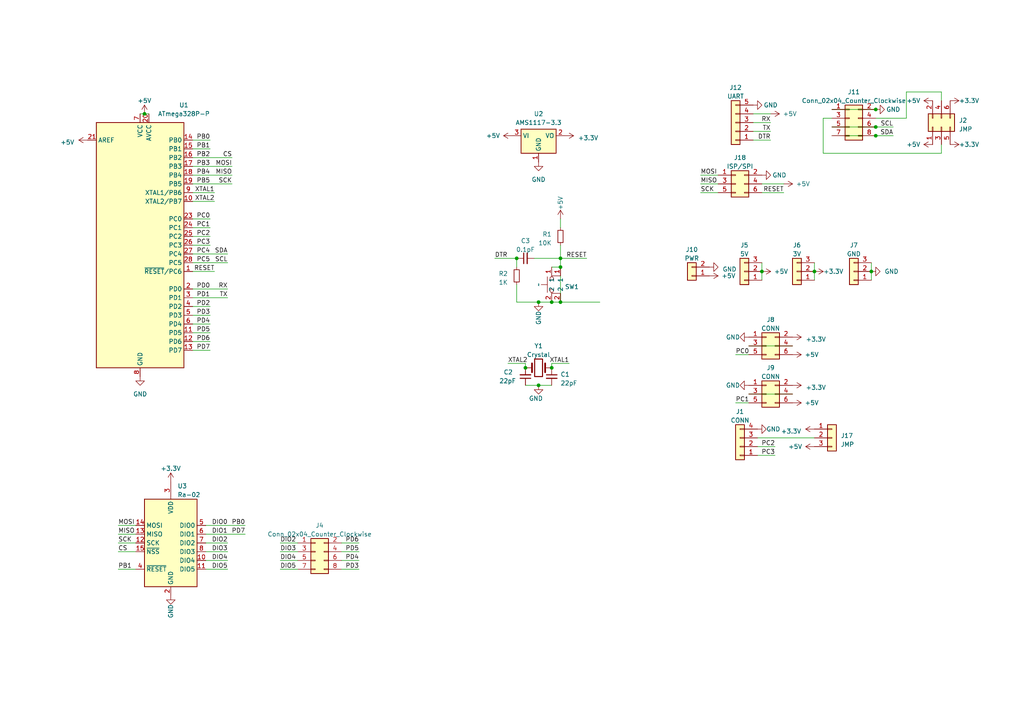
<source format=kicad_sch>
(kicad_sch (version 20230121) (generator eeschema)
  (paper "A4")
  (lib_symbols
    (symbol "Connector_Generic:Conn_01x02" (pin_names (offset 1.016) hide)
      (property "Reference" "J" (at 0 2.54 0))
      (property "Value" "Conn_01x02" (at 0 -5.08 0))
      (symbol "Conn_01x02_1_1"
        (rectangle (start -1.27 -2.413) (end 0 -2.667) (stroke (width 0.1524)))
        (rectangle (start -1.27 0.127) (end 0 -0.127) (stroke (width 0.1524)))
        (rectangle (start -1.27 1.27) (end 1.27 -3.81) (stroke (width 0.254)) (fill (type background)))
        (pin passive line (at -5.08 0 0) (length 3.81) (name "Pin_1") (number "1"))
        (pin passive line (at -5.08 -2.54 0) (length 3.81) (name "Pin_2") (number "2"))
      )
    )
    (symbol "Connector_Generic:Conn_01x03" (pin_names (offset 1.016) hide)
      (property "Reference" "J" (at 0 5.08 0))
      (property "Value" "Conn_01x03" (at 0 -5.08 0))
      (symbol "Conn_01x03_1_1"
        (rectangle (start -1.27 -2.413) (end 0 -2.667) (stroke (width 0.1524)))
        (rectangle (start -1.27 0.127) (end 0 -0.127) (stroke (width 0.1524)))
        (rectangle (start -1.27 2.667) (end 0 2.413) (stroke (width 0.1524)))
        (rectangle (start -1.27 3.81) (end 1.27 -3.81) (stroke (width 0.254)) (fill (type background)))
        (pin passive line (at -5.08 2.54 0) (length 3.81) (name "Pin_1") (number "1"))
        (pin passive line (at -5.08 0 0) (length 3.81) (name "Pin_2") (number "2"))
        (pin passive line (at -5.08 -2.54 0) (length 3.81) (name "Pin_3") (number "3"))
      )
    )
    (symbol "Connector_Generic:Conn_01x04" (pin_names (offset 1.016) hide)
      (property "Reference" "J" (at 0 5.08 0))
      (property "Value" "Conn_01x04" (at 0 -7.62 0))
      (symbol "Conn_01x04_1_1"
        (rectangle (start -1.27 -4.953) (end 0 -5.207) (stroke (width 0.1524)))
        (rectangle (start -1.27 -2.413) (end 0 -2.667) (stroke (width 0.1524)))
        (rectangle (start -1.27 0.127) (end 0 -0.127) (stroke (width 0.1524)))
        (rectangle (start -1.27 2.667) (end 0 2.413) (stroke (width 0.1524)))
        (rectangle (start -1.27 3.81) (end 1.27 -6.35) (stroke (width 0.254)) (fill (type background)))
        (pin passive line (at -5.08 2.54 0) (length 3.81) (name "Pin_1") (number "1"))
        (pin passive line (at -5.08 0 0) (length 3.81) (name "Pin_2") (number "2"))
        (pin passive line (at -5.08 -2.54 0) (length 3.81) (name "Pin_3") (number "3"))
        (pin passive line (at -5.08 -5.08 0) (length 3.81) (name "Pin_4") (number "4"))
      )
    )
    (symbol "Connector_Generic:Conn_01x05" (pin_names (offset 1.016) hide)
      (property "Reference" "J" (at 0 7.62 0))
      (property "Value" "Conn_01x05" (at 0 -7.62 0))
      (symbol "Conn_01x05_1_1"
        (rectangle (start -1.27 -4.953) (end 0 -5.207) (stroke (width 0.1524)))
        (rectangle (start -1.27 -2.413) (end 0 -2.667) (stroke (width 0.1524)))
        (rectangle (start -1.27 0.127) (end 0 -0.127) (stroke (width 0.1524)))
        (rectangle (start -1.27 2.667) (end 0 2.413) (stroke (width 0.1524)))
        (rectangle (start -1.27 5.207) (end 0 4.953) (stroke (width 0.1524)))
        (rectangle (start -1.27 6.35) (end 1.27 -6.35) (stroke (width 0.254)) (fill (type background)))
        (pin passive line (at -5.08 5.08 0) (length 3.81) (name "Pin_1") (number "1"))
        (pin passive line (at -5.08 2.54 0) (length 3.81) (name "Pin_2") (number "2"))
        (pin passive line (at -5.08 0 0) (length 3.81) (name "Pin_3") (number "3"))
        (pin passive line (at -5.08 -2.54 0) (length 3.81) (name "Pin_4") (number "4"))
        (pin passive line (at -5.08 -5.08 0) (length 3.81) (name "Pin_5") (number "5"))
      )
    )
    (symbol "Connector_Generic:Conn_02x03_Odd_Even" (pin_names (offset 1.016) hide)
      (property "Reference" "J" (at 1.27 5.08 0))
      (property "Value" "Conn_02x03_Odd_Even" (at 1.27 -5.08 0))
      (symbol "Conn_02x03_Odd_Even_1_1"
        (rectangle (start -1.27 -2.413) (end 0 -2.667) (stroke (width 0.1524)))
        (rectangle (start -1.27 0.127) (end 0 -0.127) (stroke (width 0.1524)))
        (rectangle (start -1.27 2.667) (end 0 2.413) (stroke (width 0.1524)))
        (rectangle (start -1.27 3.81) (end 3.81 -3.81) (stroke (width 0.254)) (fill (type background)))
        (rectangle (start 3.81 -2.413) (end 2.54 -2.667) (stroke (width 0.1524)))
        (rectangle (start 3.81 0.127) (end 2.54 -0.127) (stroke (width 0.1524)))
        (rectangle (start 3.81 2.667) (end 2.54 2.413) (stroke (width 0.1524)))
        (pin passive line (at -5.08 2.54 0) (length 3.81) (name "Pin_1") (number "1"))
        (pin passive line (at 7.62 2.54 180) (length 3.81) (name "Pin_2") (number "2"))
        (pin passive line (at -5.08 0 0) (length 3.81) (name "Pin_3") (number "3"))
        (pin passive line (at 7.62 0 180) (length 3.81) (name "Pin_4") (number "4"))
        (pin passive line (at -5.08 -2.54 0) (length 3.81) (name "Pin_5") (number "5"))
        (pin passive line (at 7.62 -2.54 180) (length 3.81) (name "Pin_6") (number "6"))
      )
    )
    (symbol "Connector_Generic:Conn_02x04_Odd_Even" (pin_names (offset 1.016) hide)
      (property "Reference" "J" (at 1.27 5.08 0))
      (property "Value" "Conn_02x04_Odd_Even" (at 1.27 -7.62 0))
      (symbol "Conn_02x04_Odd_Even_1_1"
        (rectangle (start -1.27 -4.953) (end 0 -5.207) (stroke (width 0.1524)))
        (rectangle (start -1.27 -2.413) (end 0 -2.667) (stroke (width 0.1524)))
        (rectangle (start -1.27 0.127) (end 0 -0.127) (stroke (width 0.1524)))
        (rectangle (start -1.27 2.667) (end 0 2.413) (stroke (width 0.1524)))
        (rectangle (start -1.27 3.81) (end 3.81 -6.35) (stroke (width 0.254)) (fill (type background)))
        (rectangle (start 3.81 -4.953) (end 2.54 -5.207) (stroke (width 0.1524)))
        (rectangle (start 3.81 -2.413) (end 2.54 -2.667) (stroke (width 0.1524)))
        (rectangle (start 3.81 0.127) (end 2.54 -0.127) (stroke (width 0.1524)))
        (rectangle (start 3.81 2.667) (end 2.54 2.413) (stroke (width 0.1524)))
        (pin passive line (at -5.08 2.54 0) (length 3.81) (name "Pin_1") (number "1"))
        (pin passive line (at 7.62 2.54 180) (length 3.81) (name "Pin_2") (number "2"))
        (pin passive line (at -5.08 0 0) (length 3.81) (name "Pin_3") (number "3"))
        (pin passive line (at 7.62 0 180) (length 3.81) (name "Pin_4") (number "4"))
        (pin passive line (at -5.08 -2.54 0) (length 3.81) (name "Pin_5") (number "5"))
        (pin passive line (at 7.62 -2.54 180) (length 3.81) (name "Pin_6") (number "6"))
        (pin passive line (at -5.08 -5.08 0) (length 3.81) (name "Pin_7") (number "7"))
        (pin passive line (at 7.62 -5.08 180) (length 3.81) (name "Pin_8") (number "8"))
      )
    )
    (symbol "Custom:push_button"
      (property "Reference" "SW" (at 0 0 0))
      (symbol "push_button_0_1"
        (circle (center -1.778 -3.81) (radius 0.508))
        (polyline (pts (xy -2.286 -2.54) (xy 2.286 -2.54)))
        (polyline (pts (xy 0 -2.54) (xy 0 -0.762)))
        (polyline (pts (xy -2.54 -6.35) (xy -2.54 -3.81) (xy -2.286 -3.81)))
        (polyline (pts (xy 2.54 -6.35) (xy 2.54 -3.81) (xy 2.286 -3.81)))
        (circle (center 1.778 -3.81) (radius 0.508))
        (pin passive line (at -5.08 -6.35 0) (length 2.54) (name "1") (number "1"))
        (pin passive line (at -5.08 -3.81 0) (length 2.54) (name "1") (number "1"))
        (pin passive line (at 5.08 -6.35 180) (length 2.54) (name "2") (number "2"))
        (pin passive line (at 5.08 -3.81 180) (length 2.54) (name "2") (number "2"))
      )
    )
    (symbol "Device:C_Small" (pin_numbers hide) (pin_names (offset 0.254) hide)
      (property "Reference" "C" (at 0.254 1.778 0))
      (property "Value" "C_Small" (at 0.254 -2.032 0))
      (symbol "C_Small_0_1"
        (polyline (pts (xy -1.524 -0.508) (xy 1.524 -0.508)) (stroke (width 0.3302)))
        (polyline (pts (xy -1.524 0.508) (xy 1.524 0.508)) (stroke (width 0.3048)))
      )
      (symbol "C_Small_1_1"
        (pin passive line (at 0 2.54 270) (length 2.032) (name "~") (number "1"))
        (pin passive line (at 0 -2.54 90) (length 2.032) (name "~") (number "2"))
      )
    )
    (symbol "Device:Crystal" (pin_numbers hide) (pin_names (offset 1.016) hide)
      (property "Reference" "Y" (at 0 3.81 0))
      (property "Value" "Crystal" (at 0 -3.81 0))
      (symbol "Crystal_0_1"
        (rectangle (start -1.143 2.54) (end 1.143 -2.54) (stroke (width 0.3048)))
        (polyline (pts (xy -2.54 0) (xy -1.905 0)))
        (polyline (pts (xy -1.905 -1.27) (xy -1.905 1.27)) (stroke (width 0.508)))
        (polyline (pts (xy 1.905 -1.27) (xy 1.905 1.27)) (stroke (width 0.508)))
        (polyline (pts (xy 2.54 0) (xy 1.905 0)))
      )
      (symbol "Crystal_1_1"
        (pin passive line (at -3.81 0 0) (length 1.27) (name "1") (number "1"))
        (pin passive line (at 3.81 0 180) (length 1.27) (name "2") (number "2"))
      )
    )
    (symbol "Device:R_Small" (pin_numbers hide) (pin_names (offset 0.254) hide)
      (property "Reference" "R" (at 0.762 0.508 0))
      (property "Value" "R_Small" (at 0.762 -1.016 0))
      (symbol "R_Small_0_1"
        (rectangle (start -0.762 1.778) (end 0.762 -1.778) (stroke (width 0.2032)))
      )
      (symbol "R_Small_1_1"
        (pin passive line (at 0 2.54 270) (length 0.762) (name "~") (number "1"))
        (pin passive line (at 0 -2.54 90) (length 0.762) (name "~") (number "2"))
      )
    )
    (symbol "MCU_Microchip_ATmega:ATmega328P-P"
      (property "Reference" "U" (at -12.7 36.83 0))
      (property "Value" "ATmega328P-P" (at 2.54 -36.83 0))
      (symbol "ATmega328P-P_0_1"
        (rectangle (start -12.7 -35.56) (end 12.7 35.56) (stroke (width 0.254)) (fill (type background)))
      )
      (symbol "ATmega328P-P_1_1"
        (pin bidirectional line (at 15.24 -7.62 180) (length 2.54) (name "~{RESET}/PC6") (number "1"))
        (pin bidirectional line (at 15.24 12.7 180) (length 2.54) (name "XTAL2/PB7") (number "10"))
        (pin bidirectional line (at 15.24 -25.4 180) (length 2.54) (name "PD5") (number "11"))
        (pin bidirectional line (at 15.24 -27.94 180) (length 2.54) (name "PD6") (number "12"))
        (pin bidirectional line (at 15.24 -30.48 180) (length 2.54) (name "PD7") (number "13"))
        (pin bidirectional line (at 15.24 30.48 180) (length 2.54) (name "PB0") (number "14"))
        (pin bidirectional line (at 15.24 27.94 180) (length 2.54) (name "PB1") (number "15"))
        (pin bidirectional line (at 15.24 25.4 180) (length 2.54) (name "PB2") (number "16"))
        (pin bidirectional line (at 15.24 22.86 180) (length 2.54) (name "PB3") (number "17"))
        (pin bidirectional line (at 15.24 20.32 180) (length 2.54) (name "PB4") (number "18"))
        (pin bidirectional line (at 15.24 17.78 180) (length 2.54) (name "PB5") (number "19"))
        (pin bidirectional line (at 15.24 -12.7 180) (length 2.54) (name "PD0") (number "2"))
        (pin power_in line (at 2.54 38.1 270) (length 2.54) (name "AVCC") (number "20"))
        (pin passive line (at -15.24 30.48 0) (length 2.54) (name "AREF") (number "21"))
        (pin passive line (at 0 -38.1 90) (length 2.54) hide (name "GND") (number "22"))
        (pin bidirectional line (at 15.24 7.62 180) (length 2.54) (name "PC0") (number "23"))
        (pin bidirectional line (at 15.24 5.08 180) (length 2.54) (name "PC1") (number "24"))
        (pin bidirectional line (at 15.24 2.54 180) (length 2.54) (name "PC2") (number "25"))
        (pin bidirectional line (at 15.24 0 180) (length 2.54) (name "PC3") (number "26"))
        (pin bidirectional line (at 15.24 -2.54 180) (length 2.54) (name "PC4") (number "27"))
        (pin bidirectional line (at 15.24 -5.08 180) (length 2.54) (name "PC5") (number "28"))
        (pin bidirectional line (at 15.24 -15.24 180) (length 2.54) (name "PD1") (number "3"))
        (pin bidirectional line (at 15.24 -17.78 180) (length 2.54) (name "PD2") (number "4"))
        (pin bidirectional line (at 15.24 -20.32 180) (length 2.54) (name "PD3") (number "5"))
        (pin bidirectional line (at 15.24 -22.86 180) (length 2.54) (name "PD4") (number "6"))
        (pin power_in line (at 0 38.1 270) (length 2.54) (name "VCC") (number "7"))
        (pin power_in line (at 0 -38.1 90) (length 2.54) (name "GND") (number "8"))
        (pin bidirectional line (at 15.24 15.24 180) (length 2.54) (name "XTAL1/PB6") (number "9"))
      )
    )
    (symbol "RF_Module:Ai-Thinker-Ra-02"
      (property "Reference" "U" (at 2.54 19.05 0))
      (property "Value" "Ai-Thinker-Ra-02" (at 13.97 -15.24 0))
      (symbol "Ai-Thinker-Ra-02_0_1"
        (rectangle (start -7.62 12.7) (end 7.62 -12.7) (stroke (width 0.254)) (fill (type background)))
      )
      (symbol "Ai-Thinker-Ra-02_1_1"
        (pin passive line (at 0 -15.24 90) (length 2.54) hide (name "GND") (number "1"))
        (pin bidirectional line (at 10.16 -5.08 180) (length 2.54) (name "DIO4") (number "10"))
        (pin bidirectional line (at 10.16 -7.62 180) (length 2.54) (name "DIO5") (number "11"))
        (pin input line (at -10.16 0 0) (length 2.54) (name "SCK") (number "12"))
        (pin output line (at -10.16 2.54 0) (length 2.54) (name "MISO") (number "13"))
        (pin input line (at -10.16 5.08 0) (length 2.54) (name "MOSI") (number "14"))
        (pin input line (at -10.16 -2.54 0) (length 2.54) (name "~{NSS}") (number "15"))
        (pin passive line (at 0 -15.24 90) (length 2.54) hide (name "GND") (number "16"))
        (pin power_in line (at 0 -15.24 90) (length 2.54) (name "GND") (number "2"))
        (pin power_in line (at 0 17.78 270) (length 5.08) (name "VDD") (number "3"))
        (pin input line (at -10.16 -7.62 0) (length 2.54) (name "~{RESET}") (number "4"))
        (pin bidirectional line (at 10.16 5.08 180) (length 2.54) (name "DIO0") (number "5"))
        (pin bidirectional line (at 10.16 2.54 180) (length 2.54) (name "DIO1") (number "6"))
        (pin bidirectional line (at 10.16 0 180) (length 2.54) (name "DIO2") (number "7"))
        (pin bidirectional line (at 10.16 -2.54 180) (length 2.54) (name "DIO3") (number "8"))
        (pin passive line (at 0 -15.24 90) (length 2.54) hide (name "GND") (number "9"))
      )
    )
    (symbol "Regulator_Linear:AMS1117-3.3"
      (property "Reference" "U" (at -3.81 3.175 0))
      (property "Value" "AMS1117-3.3" (at 0 3.175 0))
      (symbol "AMS1117-3.3_0_1"
        (rectangle (start -5.08 -5.08) (end 5.08 1.905) (stroke (width 0.254)) (fill (type background)))
      )
      (symbol "AMS1117-3.3_1_1"
        (pin power_in line (at 0 -7.62 90) (length 2.54) (name "GND") (number "1"))
        (pin power_out line (at 7.62 0 180) (length 2.54) (name "VO") (number "2"))
        (pin power_in line (at -7.62 0 0) (length 2.54) (name "VI") (number "3"))
      )
    )
    (symbol "power:+3.3V" (power) (pin_names (offset 0))
      (property "Value" "+3.3V" (at 0 3.556 0))
      (symbol "+3.3V_0_1"
        (polyline (pts (xy -0.762 1.27) (xy 0 2.54)))
        (polyline (pts (xy 0 0) (xy 0 2.54)))
        (polyline (pts (xy 0 2.54) (xy 0.762 1.27)))
      )
      (symbol "+3.3V_1_1"
        (pin power_in line (at 0 0 90) (length 0) hide (name "+3.3V") (number "1"))
      )
    )
    (symbol "power:+5V" (power) (pin_names (offset 0))
      (property "Value" "+5V" (at 0 3.556 0))
      (symbol "+5V_0_1"
        (polyline (pts (xy -0.762 1.27) (xy 0 2.54)))
        (polyline (pts (xy 0 0) (xy 0 2.54)))
        (polyline (pts (xy 0 2.54) (xy 0.762 1.27)))
      )
      (symbol "+5V_1_1"
        (pin power_in line (at 0 0 90) (length 0) hide (name "+5V") (number "1"))
      )
    )
    (symbol "power:GND" (power) (pin_names (offset 0))
      (property "Value" "GND" (at 0 -3.81 0))
      (symbol "GND_0_1"
        (polyline (pts (xy 0 0) (xy 0 -1.27) (xy 1.27 -1.27) (xy 0 -2.54) (xy -1.27 -1.27) (xy 0 -1.27)))
      )
      (symbol "GND_1_1"
        (pin power_in line (at 0 0 270) (length 0) hide (name "GND") (number "1"))
      )
    )
  )
  (junction (at 252.73 78.74))
  (junction (at 254 36.83))
  (junction (at 254 39.37))
  (junction (at 162.56 87.63))
  (junction (at 160.02 106.68))
  (junction (at 156.21 87.63))
  (junction (at 220.98 78.74))
  (junction (at 152.4 106.68))
  (junction (at 156.21 111.76))
  (junction (at 254 31.75))
  (junction (at 41.91 33.02))
  (junction (at 160.02 87.63))
  (junction (at 149.86 74.93))
  (junction (at 162.56 74.93))
  (junction (at 162.56 77.47))
  (junction (at 236.22 78.74))
  (wire (pts (xy 219.71 129.54) (xy 224.79 129.54)))
  (wire (pts (xy 59.69 160.02) (xy 66.04 160.02)))
  (wire (pts (xy 241.3 39.37) (xy 254 39.37)))
  (wire (pts (xy 273.05 26.67) (xy 262.89 26.67)))
  (wire (pts (xy 55.88 53.34) (xy 67.31 53.34)))
  (wire (pts (xy 203.2 53.34) (xy 208.28 53.34)))
  (wire (pts (xy 152.4 105.41) (xy 152.4 106.68)))
  (wire (pts (xy 55.88 93.98) (xy 60.96 93.98)))
  (wire (pts (xy 55.88 78.74) (xy 62.23 78.74)))
  (wire (pts (xy 55.88 88.9) (xy 60.96 88.9)))
  (wire (pts (xy 223.52 33.02) (xy 218.44 33.02)))
  (wire (pts (xy 203.2 50.8) (xy 208.28 50.8)))
  (wire (pts (xy 254 39.37) (xy 259.08 39.37)))
  (wire (pts (xy 160.02 77.47) (xy 162.56 77.47)))
  (wire (pts (xy 55.88 63.5) (xy 60.96 63.5)))
  (wire (pts (xy 149.86 87.63) (xy 156.21 87.63)))
  (wire (pts (xy 81.28 165.1) (xy 86.36 165.1)))
  (wire (pts (xy 41.91 33.02) (xy 43.18 33.02)))
  (wire (pts (xy 149.86 74.93) (xy 149.86 77.47)))
  (wire (pts (xy 213.36 116.84) (xy 217.17 116.84)))
  (wire (pts (xy 99.06 165.1) (xy 104.14 165.1)))
  (wire (pts (xy 213.36 102.87) (xy 217.17 102.87)))
  (wire (pts (xy 227.33 53.34) (xy 220.98 53.34)))
  (wire (pts (xy 273.05 29.21) (xy 273.05 26.67)))
  (wire (pts (xy 81.28 162.56) (xy 86.36 162.56)))
  (wire (pts (xy 55.88 50.8) (xy 67.31 50.8)))
  (wire (pts (xy 160.02 87.63) (xy 162.56 87.63)))
  (wire (pts (xy 218.44 40.64) (xy 223.52 40.64)))
  (wire (pts (xy 55.88 68.58) (xy 60.96 68.58)))
  (wire (pts (xy 154.94 74.93) (xy 162.56 74.93)))
  (wire (pts (xy 55.88 58.42) (xy 62.23 58.42)))
  (wire (pts (xy 219.71 127) (xy 236.22 127)))
  (wire (pts (xy 162.56 71.12) (xy 162.56 74.93)))
  (wire (pts (xy 162.56 87.63) (xy 173.99 87.63)))
  (wire (pts (xy 220.98 78.74) (xy 220.98 81.28)))
  (wire (pts (xy 162.56 63.5) (xy 162.56 66.04)))
  (wire (pts (xy 220.98 55.88) (xy 227.33 55.88)))
  (wire (pts (xy 165.1 105.41) (xy 160.02 105.41)))
  (wire (pts (xy 55.88 55.88) (xy 62.23 55.88)))
  (wire (pts (xy 252.73 76.2) (xy 252.73 78.74)))
  (wire (pts (xy 34.29 160.02) (xy 39.37 160.02)))
  (wire (pts (xy 152.4 111.76) (xy 156.21 111.76)))
  (wire (pts (xy 55.88 96.52) (xy 60.96 96.52)))
  (wire (pts (xy 203.2 55.88) (xy 208.28 55.88)))
  (wire (pts (xy 81.28 157.48) (xy 86.36 157.48)))
  (wire (pts (xy 55.88 43.18) (xy 60.96 43.18)))
  (wire (pts (xy 34.29 157.48) (xy 39.37 157.48)))
  (wire (pts (xy 218.44 38.1) (xy 223.52 38.1)))
  (wire (pts (xy 217.17 114.3) (xy 229.87 114.3)))
  (wire (pts (xy 262.89 26.67) (xy 262.89 34.29)))
  (wire (pts (xy 217.17 100.33) (xy 229.87 100.33)))
  (wire (pts (xy 156.21 87.63) (xy 160.02 87.63)))
  (wire (pts (xy 40.64 33.02) (xy 41.91 33.02)))
  (wire (pts (xy 55.88 71.12) (xy 60.96 71.12)))
  (wire (pts (xy 55.88 86.36) (xy 66.04 86.36)))
  (wire (pts (xy 55.88 99.06) (xy 60.96 99.06)))
  (wire (pts (xy 99.06 162.56) (xy 104.14 162.56)))
  (wire (pts (xy 147.32 105.41) (xy 152.4 105.41)))
  (wire (pts (xy 236.22 76.2) (xy 236.22 78.74)))
  (wire (pts (xy 55.88 91.44) (xy 60.96 91.44)))
  (wire (pts (xy 252.73 78.74) (xy 252.73 81.28)))
  (wire (pts (xy 59.69 154.94) (xy 71.12 154.94)))
  (wire (pts (xy 254 36.83) (xy 259.08 36.83)))
  (wire (pts (xy 59.69 162.56) (xy 66.04 162.56)))
  (wire (pts (xy 81.28 160.02) (xy 86.36 160.02)))
  (wire (pts (xy 241.3 31.75) (xy 254 31.75)))
  (wire (pts (xy 273.05 44.45) (xy 238.76 44.45)))
  (wire (pts (xy 55.88 66.04) (xy 60.96 66.04)))
  (wire (pts (xy 156.21 111.76) (xy 160.02 111.76)))
  (wire (pts (xy 219.71 132.08) (xy 224.79 132.08)))
  (wire (pts (xy 241.3 36.83) (xy 254 36.83)))
  (wire (pts (xy 273.05 41.91) (xy 273.05 44.45)))
  (wire (pts (xy 220.98 76.2) (xy 220.98 78.74)))
  (wire (pts (xy 149.86 82.55) (xy 149.86 87.63)))
  (wire (pts (xy 59.69 165.1) (xy 66.04 165.1)))
  (wire (pts (xy 34.29 152.4) (xy 39.37 152.4)))
  (wire (pts (xy 55.88 45.72) (xy 67.31 45.72)))
  (wire (pts (xy 160.02 105.41) (xy 160.02 106.68)))
  (wire (pts (xy 162.56 80.01) (xy 162.56 87.63)))
  (wire (pts (xy 218.44 35.56) (xy 223.52 35.56)))
  (wire (pts (xy 55.88 48.26) (xy 67.31 48.26)))
  (wire (pts (xy 143.51 74.93) (xy 149.86 74.93)))
  (wire (pts (xy 162.56 74.93) (xy 170.18 74.93)))
  (wire (pts (xy 59.69 157.48) (xy 66.04 157.48)))
  (wire (pts (xy 55.88 40.64) (xy 60.96 40.64)))
  (wire (pts (xy 55.88 83.82) (xy 66.04 83.82)))
  (wire (pts (xy 55.88 101.6) (xy 60.96 101.6)))
  (wire (pts (xy 99.06 160.02) (xy 104.14 160.02)))
  (wire (pts (xy 59.69 152.4) (xy 71.12 152.4)))
  (wire (pts (xy 55.88 73.66) (xy 66.04 73.66)))
  (wire (pts (xy 34.29 165.1) (xy 39.37 165.1)))
  (wire (pts (xy 34.29 154.94) (xy 39.37 154.94)))
  (wire (pts (xy 262.89 34.29) (xy 254 34.29)))
  (wire (pts (xy 238.76 44.45) (xy 238.76 34.29)))
  (wire (pts (xy 238.76 34.29) (xy 241.3 34.29)))
  (wire (pts (xy 236.22 78.74) (xy 236.22 81.28)))
  (wire (pts (xy 162.56 74.93) (xy 162.56 77.47)))
  (wire (pts (xy 55.88 76.2) (xy 66.04 76.2)))
  (wire (pts (xy 99.06 157.48) (xy 104.14 157.48)))
  (label "PC3" (at 224.79 132.08 180))
  (label "DTR" (at 143.51 74.93 0))
  (label "DTR" (at 223.52 40.64 180))
  (label "CS" (at 67.31 45.72 180))
  (label "SDA" (at 259.08 39.37 180))
  (label "PC1" (at 60.96 66.04 180))
  (label "DIO2" (at 66.04 157.48 180))
  (label "PC0" (at 213.36 102.87 0))
  (label "PB4" (at 60.96 50.8 180))
  (label "XTAL2" (at 62.23 58.42 180))
  (label "PD6" (at 60.96 99.06 180))
  (label "RESET" (at 170.18 74.93 180))
  (label "SCK" (at 203.2 55.88 0))
  (label "DIO5" (at 66.04 165.1 180))
  (label "XTAL1" (at 62.23 55.88 180))
  (label "PC4" (at 60.96 73.66 180))
  (label "DIO5" (at 81.28 165.1 0))
  (label "MISO" (at 34.29 154.94 0))
  (label "DIO3" (at 81.28 160.02 0))
  (label "PD7" (at 60.96 101.6 180))
  (label "PB0" (at 60.96 40.64 180))
  (label "MOSI" (at 34.29 152.4 0))
  (label "CS" (at 34.29 160.02 0))
  (label "PC5" (at 60.96 76.2 180))
  (label "PB1" (at 60.96 43.18 180))
  (label "SCL" (at 259.08 36.83 180))
  (label "SCK" (at 67.31 53.34 180))
  (label "XTAL1" (at 165.1 105.41 180))
  (label "DIO4" (at 66.04 162.56 180))
  (label "PC0" (at 60.96 63.5 180))
  (label "PB2" (at 60.96 45.72 180))
  (label "DIO4" (at 81.28 162.56 0))
  (label "PD4" (at 60.96 93.98 180))
  (label "XTAL2" (at 147.32 105.41 0))
  (label "PC1" (at 213.36 116.84 0))
  (label "PC2" (at 60.96 68.58 180))
  (label "PB0" (at 71.12 152.4 180))
  (label "PD2" (at 60.96 88.9 180))
  (label "DIO1" (at 66.04 154.94 180))
  (label "PD7" (at 71.12 154.94 180))
  (label "DIO3" (at 66.04 160.02 180))
  (label "PD4" (at 104.14 162.56 180))
  (label "PB1" (at 34.29 165.1 0))
  (label "MOSI" (at 67.31 48.26 180))
  (label "PD5" (at 104.14 160.02 180))
  (label "RX" (at 223.52 35.56 180))
  (label "MOSI" (at 203.2 50.8 0))
  (label "RX" (at 66.04 83.82 180))
  (label "MISO" (at 203.2 53.34 0))
  (label "PD5" (at 60.96 96.52 180))
  (label "TX" (at 66.04 86.36 180))
  (label "PB5" (at 60.96 53.34 180))
  (label "DIO2" (at 81.28 157.48 0))
  (label "PD3" (at 104.14 165.1 180))
  (label "RESET" (at 227.33 55.88 180))
  (label "RESET" (at 62.23 78.74 180))
  (label "PD0" (at 60.96 83.82 180))
  (label "PC2" (at 224.79 129.54 180))
  (label "PD1" (at 60.96 86.36 180))
  (label "SCL" (at 66.04 76.2 180))
  (label "MISO" (at 67.31 50.8 180))
  (label "SCK" (at 34.29 157.48 0))
  (label "SDA" (at 66.04 73.66 180))
  (label "PC3" (at 60.96 71.12 180))
  (label "PD3" (at 60.96 91.44 180))
  (label "DIO0" (at 66.04 152.4 180))
  (label "PB3" (at 60.96 48.26 180))
  (label "TX" (at 223.52 38.1 180))
  (label "PD6" (at 104.14 157.48 180))
  (symbol (lib_id "power:+5V") (at 25.4 40.64 90) (unit 1)
    (property "Reference" "#PWR08" (effects hide))
    (property "Value" "+5V" (at 21.59 41.275 90) (effects (justify left)))
  )
  (symbol (lib_id "Device:C_Small") (at 152.4 109.22 180) (unit 1)
    (property "Reference" "C2" (at 146.05 107.95 0) (effects (justify right)))
    (property "Value" "22pF" (at 144.78 110.49 0) (effects (justify right)))
    (property "Footprint" "Capacitor_THT:C_Disc_D5.0mm_W2.5mm_P2.50mm" (effects hide))
  )
  (symbol (lib_id "Regulator_Linear:AMS1117-3.3") (at 156.21 39.37 0) (unit 1)
    (property "Reference" "U2" (at 156.21 33.02 0))
    (property "Value" "AMS1117-3.3" (at 156.21 35.56 0))
    (property "Footprint" "Package_TO_SOT_SMD:SOT-223-3_TabPin2" (effects hide))
    (property "Datasheet" "http://www.advanced-monolithic.com/pdf/ds1117.pdf" (effects hide))
  )
  (symbol (lib_id "power:+5V") (at 229.87 116.84 270) (mirror x) (unit 1)
    (property "Reference" "#PWR020" (effects hide))
    (property "Value" "+5V" (at 237.49 116.84 90) (effects (justify right)))
  )
  (symbol (lib_id "Connector_Generic:Conn_02x03_Odd_Even") (at 222.25 100.33 0) (unit 1)
    (property "Reference" "J8" (at 223.52 92.71 0))
    (property "Value" "CONN" (at 223.52 95.25 0))
    (property "Footprint" "Connector_PinSocket_2.54mm:PinSocket_2x03_P2.54mm_Vertical" (effects hide))
  )
  (symbol (lib_id "power:GND") (at 218.44 30.48 90) (unit 1)
    (property "Reference" "#PWR029" (effects hide))
    (property "Value" "GND" (at 223.52 30.48 90))
  )
  (symbol (lib_id "power:+3.3V") (at 236.22 78.74 270) (unit 1)
    (property "Reference" "#PWR010" (effects hide))
    (property "Value" "+3.3V" (at 238.76 78.74 90) (effects (justify left)))
  )
  (symbol (lib_id "power:GND") (at 156.21 87.63 0) (unit 1)
    (property "Reference" "#PWR07" (effects hide))
    (property "Value" "GND" (at 156.21 90.17 90) (effects (justify right)))
  )
  (symbol (lib_id "Custom:push_button") (at 156.21 82.55 90) (mirror x) (unit 1)
    (property "Reference" "SW1" (at 163.83 83.185 90) (effects (justify right)))
    (property "Value" "~" (at 156.21 82.55 0))
    (property "Footprint" "Button_Switch_THT:SW_PUSH_6mm" (effects hide))
  )
  (symbol (lib_id "power:+5V") (at 227.33 53.34 270) (unit 1)
    (property "Reference" "#PWR032" (effects hide))
    (property "Value" "+5V" (at 234.95 53.34 90) (effects (justify right)))
  )
  (symbol (lib_id "power:+3.3V") (at 229.87 97.79 270) (mirror x) (unit 1)
    (property "Reference" "#PWR017" (effects hide))
    (property "Value" "+3.3V" (at 233.68 98.425 90) (effects (justify left)))
  )
  (symbol (lib_id "power:+3.3V") (at 236.22 124.46 90) (unit 1)
    (property "Reference" "#PWR037" (effects hide))
    (property "Value" "+3.3V" (at 232.41 125.095 90) (effects (justify left)))
  )
  (symbol (lib_id "power:GND") (at 217.17 97.79 270) (mirror x) (unit 1)
    (property "Reference" "#PWR014" (effects hide))
    (property "Value" "GND" (at 214.63 97.79 90) (effects (justify right)))
  )
  (symbol (lib_id "power:GND") (at 156.21 111.76 0) (unit 1)
    (property "Reference" "#PWR03" (effects hide))
    (property "Value" "GND" (at 157.48 115.57 0) (effects (justify right)))
  )
  (symbol (lib_id "Device:C_Small") (at 160.02 109.22 0) (unit 1)
    (property "Reference" "C1" (at 162.56 108.5913 0) (effects (justify left)))
    (property "Value" "22pF" (at 162.56 111.1313 0) (effects (justify left)))
    (property "Footprint" "Capacitor_THT:C_Disc_D5.0mm_W2.5mm_P2.50mm" (effects hide))
  )
  (symbol (lib_id "power:+5V") (at 220.98 78.74 270) (unit 1)
    (property "Reference" "#PWR011" (effects hide))
    (property "Value" "+5V" (at 228.6 78.74 90) (effects (justify right)))
  )
  (symbol (lib_id "Connector_Generic:Conn_02x04_Odd_Even") (at 246.38 34.29 0) (unit 1)
    (property "Reference" "J11" (at 247.65 26.67 0))
    (property "Value" "Conn_02x04_Counter_Clockwise" (at 247.65 29.21 0))
    (property "Footprint" "Connector_PinSocket_2.54mm:PinSocket_2x04_P2.54mm_Vertical" (effects hide))
  )
  (symbol (lib_id "power:GND") (at 217.17 111.76 270) (mirror x) (unit 1)
    (property "Reference" "#PWR015" (effects hide))
    (property "Value" "GND" (at 214.63 111.76 90) (effects (justify right)))
  )
  (symbol (lib_id "power:GND") (at 219.71 124.46 90) (unit 1)
    (property "Reference" "#PWR033" (effects hide))
    (property "Value" "GND" (at 222.25 124.46 90) (effects (justify right)))
  )
  (symbol (lib_id "power:GND") (at 254 31.75 90) (unit 1)
    (property "Reference" "#PWR035" (effects hide))
    (property "Value" "GND" (at 259.08 31.75 90))
  )
  (symbol (lib_id "power:GND") (at 156.21 46.99 0) (unit 1)
    (property "Reference" "#PWR09" (effects hide))
    (property "Value" "GND" (at 156.21 52.07 0))
  )
  (symbol (lib_id "Connector_Generic:Conn_01x03") (at 231.14 78.74 180) (unit 1)
    (property "Reference" "J6" (at 231.14 71.12 0))
    (property "Value" "3V" (at 231.14 73.66 0))
    (property "Footprint" "Connector_PinHeader_2.54mm:PinHeader_1x03_P2.54mm_Vertical" (effects hide))
  )
  (symbol (lib_id "power:+3.3V") (at 49.53 139.7 0) (unit 1)
    (property "Reference" "#PWR021" (effects hide))
    (property "Value" "+3.3V" (at 49.53 135.89 0))
  )
  (symbol (lib_id "power:+5V") (at 223.52 33.02 270) (unit 1)
    (property "Reference" "#PWR030" (effects hide))
    (property "Value" "+5V" (at 231.14 33.02 90) (effects (justify right)))
  )
  (symbol (lib_id "power:+3.3V") (at 275.59 41.91 270) (unit 1)
    (property "Reference" "#PWR024" (effects hide))
    (property "Value" "+3.3V" (at 278.13 41.91 90) (effects (justify left)))
  )
  (symbol (lib_id "Connector_Generic:Conn_02x03_Odd_Even") (at 273.05 36.83 90) (unit 1)
    (property "Reference" "J2" (at 278.13 34.925 90) (effects (justify right)))
    (property "Value" "JMP" (at 278.13 37.465 90) (effects (justify right)))
    (property "Footprint" "Connector_PinSocket_2.54mm:PinSocket_2x03_P2.54mm_Vertical" (effects hide))
  )
  (symbol (lib_id "power:+5V") (at 41.91 33.02 0) (unit 1)
    (property "Reference" "#PWR06" (effects hide))
    (property "Value" "+5V" (at 41.91 29.21 0))
  )
  (symbol (lib_id "Connector_Generic:Conn_01x04") (at 214.63 129.54 180) (unit 1)
    (property "Reference" "J1" (at 214.63 119.38 0))
    (property "Value" "CONN" (at 214.63 121.92 0))
    (property "Footprint" "Connector_PinHeader_2.54mm:PinHeader_1x04_P2.54mm_Vertical" (effects hide))
  )
  (symbol (lib_id "power:+5V") (at 148.59 39.37 90) (unit 1)
    (property "Reference" "#PWR02" (effects hide))
    (property "Value" "+5V" (at 140.97 39.37 90) (effects (justify right)))
  )
  (symbol (lib_id "Connector_Generic:Conn_01x03") (at 241.3 127 0) (unit 1)
    (property "Reference" "J17" (at 243.84 126.365 0) (effects (justify left)))
    (property "Value" "JMP" (at 243.84 128.905 0) (effects (justify left)))
    (property "Footprint" "Connector_PinHeader_2.54mm:PinHeader_1x03_P2.54mm_Vertical" (effects hide))
  )
  (symbol (lib_id "power:+5V") (at 229.87 102.87 270) (mirror x) (unit 1)
    (property "Reference" "#PWR018" (effects hide))
    (property "Value" "+5V" (at 237.49 102.87 90) (effects (justify right)))
  )
  (symbol (lib_id "Connector_Generic:Conn_02x03_Odd_Even") (at 213.36 53.34 0) (unit 1)
    (property "Reference" "J18" (at 214.63 45.72 0))
    (property "Value" "ISP/SPI" (at 214.63 48.26 0))
    (property "Footprint" "Connector_PinSocket_2.54mm:PinSocket_2x03_P2.54mm_Vertical" (effects hide))
  )
  (symbol (lib_id "power:GND") (at 252.73 78.74 90) (unit 1)
    (property "Reference" "#PWR012" (effects hide))
    (property "Value" "GND" (at 256.54 78.74 90) (effects (justify right)))
  )
  (symbol (lib_id "Connector_Generic:Conn_01x02") (at 200.66 80.01 180) (unit 1)
    (property "Reference" "J10" (at 200.66 72.39 0))
    (property "Value" "PWR" (at 200.66 74.93 0))
    (property "Footprint" "Connector_PinHeader_2.54mm:PinHeader_1x02_P2.54mm_Vertical" (effects hide))
  )
  (symbol (lib_id "power:+5V") (at 270.51 41.91 90) (unit 1)
    (property "Reference" "#PWR016" (effects hide))
    (property "Value" "+5V" (at 262.89 41.91 90) (effects (justify right)))
  )
  (symbol (lib_id "power:+5V") (at 236.22 129.54 90) (unit 1)
    (property "Reference" "#PWR040" (effects hide))
    (property "Value" "+5V" (at 228.6 129.54 90) (effects (justify right)))
  )
  (symbol (lib_id "power:+5V") (at 270.51 29.21 90) (unit 1)
    (property "Reference" "#PWR013" (effects hide))
    (property "Value" "+5V" (at 262.89 29.21 90) (effects (justify right)))
  )
  (symbol (lib_id "power:+3.3V") (at 163.83 39.37 270) (unit 1)
    (property "Reference" "#PWR01" (effects hide))
    (property "Value" "+3.3V" (at 167.64 40.005 90) (effects (justify left)))
  )
  (symbol (lib_id "power:GND") (at 220.98 50.8 90) (unit 1)
    (property "Reference" "#PWR027" (effects hide))
    (property "Value" "GND" (at 226.06 50.8 90))
  )
  (symbol (lib_id "Device:R_Small") (at 149.86 80.01 0) (mirror x) (unit 1)
    (property "Reference" "R2" (at 147.32 79.375 0) (effects (justify right)))
    (property "Value" "1K" (at 147.32 81.915 0) (effects (justify right)))
    (property "Footprint" "Resistor_THT:R_Axial_DIN0207_L6.3mm_D2.5mm_P10.16mm_Horizontal" (effects hide))
  )
  (symbol (lib_id "power:+5V") (at 205.74 80.01 270) (unit 1)
    (property "Reference" "#PWR025" (effects hide))
    (property "Value" "+5V" (at 213.36 80.01 90) (effects (justify right)))
  )
  (symbol (lib_id "Connector_Generic:Conn_02x04_Odd_Even") (at 91.44 160.02 0) (unit 1)
    (property "Reference" "J4" (at 92.71 152.4 0))
    (property "Value" "Conn_02x04_Counter_Clockwise" (at 92.71 154.94 0))
    (property "Footprint" "Connector_PinSocket_2.54mm:PinSocket_2x04_P2.54mm_Vertical" (effects hide))
  )
  (symbol (lib_id "Device:C_Small") (at 152.4 74.93 90) (unit 1)
    (property "Reference" "C3" (at 152.4063 69.85 90))
    (property "Value" "0.1pF" (at 152.4063 72.39 90))
    (property "Footprint" "Capacitor_THT:C_Disc_D5.0mm_W2.5mm_P2.50mm" (effects hide))
  )
  (symbol (lib_id "power:+5V") (at 162.56 63.5 0) (mirror y) (unit 1)
    (property "Reference" "#PWR04" (effects hide))
    (property "Value" "+5V" (at 162.56 60.96 90) (effects (justify left)))
  )
  (symbol (lib_id "Device:R_Small") (at 162.56 68.58 0) (mirror x) (unit 1)
    (property "Reference" "R1" (at 160.02 67.945 0) (effects (justify right)))
    (property "Value" "10K" (at 160.02 70.485 0) (effects (justify right)))
    (property "Footprint" "Resistor_THT:R_Axial_DIN0207_L6.3mm_D2.5mm_P10.16mm_Horizontal" (effects hide))
  )
  (symbol (lib_id "power:+3.3V") (at 229.87 111.76 270) (mirror x) (unit 1)
    (property "Reference" "#PWR019" (effects hide))
    (property "Value" "+3.3V" (at 233.68 112.395 90) (effects (justify left)))
  )
  (symbol (lib_id "MCU_Microchip_ATmega:ATmega328P-P") (at 40.64 71.12 0) (unit 1)
    (property "Reference" "U1" (at 53.34 30.48 0))
    (property "Value" "ATmega328P-P" (at 53.34 33.02 0))
    (property "Footprint" "Package_DIP:DIP-28_W7.62mm" (effects hide))
    (property "Datasheet" "http://ww1.microchip.com/downloads/en/DeviceDoc/ATmega328_P%20AVR%20MCU%20with%20picoPower%20Technology%20Data%20Sheet%2040001984A.pdf" (effects hide))
  )
  (symbol (lib_id "Connector_Generic:Conn_01x03") (at 215.9 78.74 180) (unit 1)
    (property "Reference" "J5" (at 215.9 71.12 0))
    (property "Value" "5V" (at 215.9 73.66 0))
    (property "Footprint" "Connector_PinHeader_2.54mm:PinHeader_1x03_P2.54mm_Vertical" (effects hide))
  )
  (symbol (lib_id "Connector_Generic:Conn_01x05") (at 213.36 35.56 180) (unit 1)
    (property "Reference" "J12" (at 213.36 25.4 0))
    (property "Value" "UART" (at 213.36 27.94 0))
    (property "Footprint" "Connector_PinHeader_2.54mm:PinHeader_1x05_P2.54mm_Vertical" (effects hide))
  )
  (symbol (lib_id "Connector_Generic:Conn_01x03") (at 247.65 78.74 180) (unit 1)
    (property "Reference" "J7" (at 247.65 71.12 0))
    (property "Value" "GND" (at 247.65 73.66 0))
    (property "Footprint" "Connector_PinHeader_2.54mm:PinHeader_1x03_P2.54mm_Vertical" (effects hide))
  )
  (symbol (lib_id "Device:Crystal") (at 156.21 106.68 180) (unit 1)
    (property "Reference" "Y1" (at 156.21 100.33 0))
    (property "Value" "Crystal" (at 156.21 102.87 0))
    (property "Footprint" "Crystal:Crystal_HC49-4H_Vertical" (effects hide))
  )
  (symbol (lib_id "Connector_Generic:Conn_02x03_Odd_Even") (at 222.25 114.3 0) (unit 1)
    (property "Reference" "J9" (at 223.52 106.68 0))
    (property "Value" "CONN" (at 223.52 109.22 0))
    (property "Footprint" "Connector_PinSocket_2.54mm:PinSocket_2x03_P2.54mm_Vertical" (effects hide))
  )
  (symbol (lib_id "power:GND") (at 205.74 77.47 90) (unit 1)
    (property "Reference" "#PWR026" (effects hide))
    (property "Value" "GND" (at 209.55 78.105 90) (effects (justify right)))
  )
  (symbol (lib_id "power:GND") (at 40.64 109.22 0) (unit 1)
    (property "Reference" "#PWR05" (effects hide))
    (property "Value" "GND" (at 40.64 114.3 0))
  )
  (symbol (lib_id "power:GND") (at 49.53 172.72 0) (unit 1)
    (property "Reference" "#PWR022" (effects hide))
    (property "Value" "GND" (at 49.53 175.26 90) (effects (justify right)))
  )
  (symbol (lib_id "power:+3.3V") (at 275.59 29.21 270) (unit 1)
    (property "Reference" "#PWR023" (effects hide))
    (property "Value" "+3.3V" (at 278.13 29.21 90) (effects (justify left)))
  )
  (symbol (lib_id "RF_Module:Ai-Thinker-Ra-02") (at 49.53 157.48 0) (unit 1)
    (property "Reference" "U3" (at 51.4859 140.97 0) (effects (justify left)))
    (property "Value" "Ra-02" (at 51.4859 143.51 0) (effects (justify left)))
    (property "Footprint" "RF_Module:Ai-Thinker-Ra-01-LoRa" (effects hide))
    (property "Datasheet" "http://wiki.ai-thinker.com/_media/lora/docs/c048ps01a1_ra-02_product_specification_v1.1.pdf" (effects hide))
  )
)
</source>
